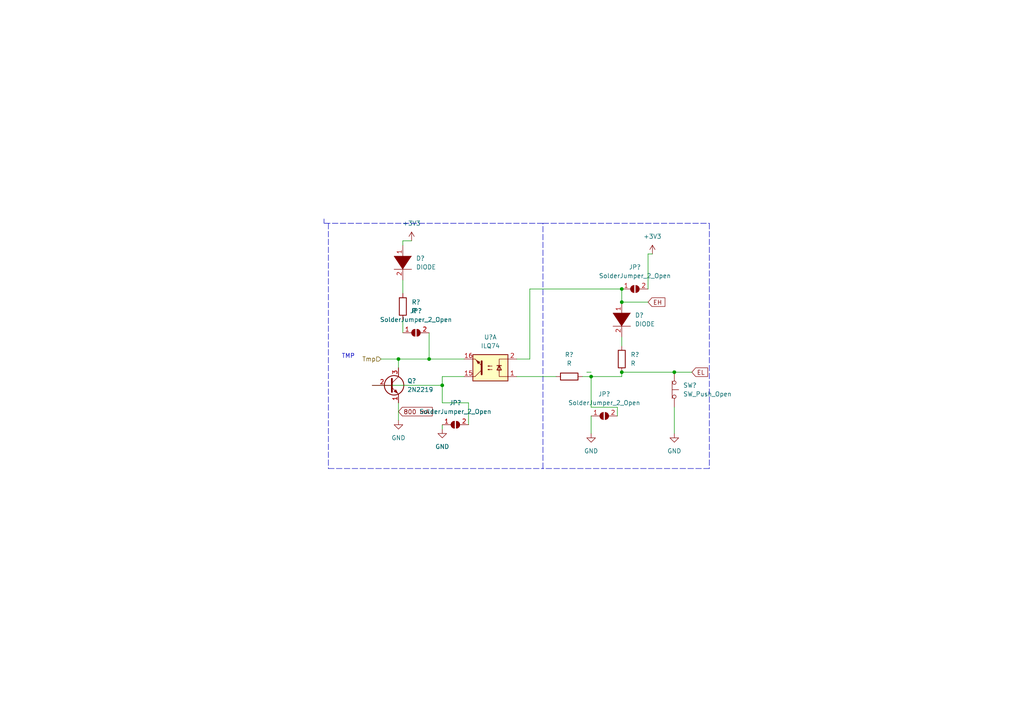
<source format=kicad_sch>
(kicad_sch (version 20211123) (generator eeschema)

  (uuid 58d5dbd2-e3f2-4c6b-812e-04b5aef1fe31)

  (paper "A4")

  (lib_symbols
    (symbol "Device:R" (pin_numbers hide) (pin_names (offset 0)) (in_bom yes) (on_board yes)
      (property "Reference" "R" (id 0) (at 2.032 0 90)
        (effects (font (size 1.27 1.27)))
      )
      (property "Value" "R" (id 1) (at 0 0 90)
        (effects (font (size 1.27 1.27)))
      )
      (property "Footprint" "" (id 2) (at -1.778 0 90)
        (effects (font (size 1.27 1.27)) hide)
      )
      (property "Datasheet" "~" (id 3) (at 0 0 0)
        (effects (font (size 1.27 1.27)) hide)
      )
      (property "ki_keywords" "R res resistor" (id 4) (at 0 0 0)
        (effects (font (size 1.27 1.27)) hide)
      )
      (property "ki_description" "Resistor" (id 5) (at 0 0 0)
        (effects (font (size 1.27 1.27)) hide)
      )
      (property "ki_fp_filters" "R_*" (id 6) (at 0 0 0)
        (effects (font (size 1.27 1.27)) hide)
      )
      (symbol "R_0_1"
        (rectangle (start -1.016 -2.54) (end 1.016 2.54)
          (stroke (width 0.254) (type default) (color 0 0 0 0))
          (fill (type none))
        )
      )
      (symbol "R_1_1"
        (pin passive line (at 0 3.81 270) (length 1.27)
          (name "~" (effects (font (size 1.27 1.27))))
          (number "1" (effects (font (size 1.27 1.27))))
        )
        (pin passive line (at 0 -3.81 90) (length 1.27)
          (name "~" (effects (font (size 1.27 1.27))))
          (number "2" (effects (font (size 1.27 1.27))))
        )
      )
    )
    (symbol "Isolator:ILQ74" (pin_names (offset 1.016)) (in_bom yes) (on_board yes)
      (property "Reference" "U" (id 0) (at -5.08 5.08 0)
        (effects (font (size 1.27 1.27)) (justify left))
      )
      (property "Value" "ILQ74" (id 1) (at 0 5.08 0)
        (effects (font (size 1.27 1.27)) (justify left))
      )
      (property "Footprint" "" (id 2) (at -5.08 -5.08 0)
        (effects (font (size 1.27 1.27) italic) (justify left) hide)
      )
      (property "Datasheet" "https://www.vishay.com/docs/83640/ild74.pdf" (id 3) (at 0 0 0)
        (effects (font (size 1.27 1.27)) (justify left) hide)
      )
      (property "ki_keywords" "NPN DC Dual Optocoupler" (id 4) (at 0 0 0)
        (effects (font (size 1.27 1.27)) hide)
      )
      (property "ki_description" "Quad Optocoupler, NPN Phototransistor Output, TTL compatible, DIP16/SMD16" (id 5) (at 0 0 0)
        (effects (font (size 1.27 1.27)) hide)
      )
      (property "ki_fp_filters" "DIP*W7.62mm* DIP*W10.16mm* SMDIP*W9.53mm*Clearance8mm*" (id 6) (at 0 0 0)
        (effects (font (size 1.27 1.27)) hide)
      )
      (symbol "ILQ74_0_1"
        (rectangle (start -5.08 3.81) (end 5.08 -3.81)
          (stroke (width 0.254) (type default) (color 0 0 0 0))
          (fill (type background))
        )
        (polyline
          (pts
            (xy -3.175 -0.635)
            (xy -1.905 -0.635)
          )
          (stroke (width 0.254) (type default) (color 0 0 0 0))
          (fill (type none))
        )
        (polyline
          (pts
            (xy 2.54 0.635)
            (xy 4.445 2.54)
          )
          (stroke (width 0) (type default) (color 0 0 0 0))
          (fill (type none))
        )
        (polyline
          (pts
            (xy 4.445 -2.54)
            (xy 2.54 -0.635)
          )
          (stroke (width 0) (type default) (color 0 0 0 0))
          (fill (type outline))
        )
        (polyline
          (pts
            (xy 4.445 -2.54)
            (xy 5.08 -2.54)
          )
          (stroke (width 0) (type default) (color 0 0 0 0))
          (fill (type none))
        )
        (polyline
          (pts
            (xy 4.445 2.54)
            (xy 5.08 2.54)
          )
          (stroke (width 0) (type default) (color 0 0 0 0))
          (fill (type none))
        )
        (polyline
          (pts
            (xy -5.08 2.54)
            (xy -2.54 2.54)
            (xy -2.54 0.635)
          )
          (stroke (width 0) (type default) (color 0 0 0 0))
          (fill (type none))
        )
        (polyline
          (pts
            (xy 2.54 1.905)
            (xy 2.54 -1.905)
            (xy 2.54 -1.905)
          )
          (stroke (width 0.508) (type default) (color 0 0 0 0))
          (fill (type none))
        )
        (polyline
          (pts
            (xy -2.54 -0.635)
            (xy -3.175 0.635)
            (xy -1.905 0.635)
            (xy -2.54 -0.635)
          )
          (stroke (width 0.254) (type default) (color 0 0 0 0))
          (fill (type none))
        )
        (polyline
          (pts
            (xy -2.54 -0.635)
            (xy -2.54 1.27)
            (xy -2.54 -2.54)
            (xy -5.08 -2.54)
          )
          (stroke (width 0) (type default) (color 0 0 0 0))
          (fill (type none))
        )
        (polyline
          (pts
            (xy -0.508 -0.508)
            (xy 0.762 -0.508)
            (xy 0.381 -0.635)
            (xy 0.381 -0.381)
            (xy 0.762 -0.508)
          )
          (stroke (width 0) (type default) (color 0 0 0 0))
          (fill (type none))
        )
        (polyline
          (pts
            (xy -0.508 0.508)
            (xy 0.762 0.508)
            (xy 0.381 0.381)
            (xy 0.381 0.635)
            (xy 0.762 0.508)
          )
          (stroke (width 0) (type default) (color 0 0 0 0))
          (fill (type none))
        )
        (polyline
          (pts
            (xy 3.048 -1.651)
            (xy 3.556 -1.143)
            (xy 4.064 -2.159)
            (xy 3.048 -1.651)
            (xy 3.048 -1.651)
          )
          (stroke (width 0) (type default) (color 0 0 0 0))
          (fill (type outline))
        )
      )
      (symbol "ILQ74_1_1"
        (pin passive line (at -7.62 2.54 0) (length 2.54)
          (name "~" (effects (font (size 1.27 1.27))))
          (number "1" (effects (font (size 1.27 1.27))))
        )
        (pin passive line (at 7.62 2.54 180) (length 2.54)
          (name "~" (effects (font (size 1.27 1.27))))
          (number "15" (effects (font (size 1.27 1.27))))
        )
        (pin passive line (at 7.62 -2.54 180) (length 2.54)
          (name "~" (effects (font (size 1.27 1.27))))
          (number "16" (effects (font (size 1.27 1.27))))
        )
        (pin passive line (at -7.62 -2.54 0) (length 2.54)
          (name "~" (effects (font (size 1.27 1.27))))
          (number "2" (effects (font (size 1.27 1.27))))
        )
      )
      (symbol "ILQ74_2_1"
        (pin passive line (at 7.62 -2.54 180) (length 2.54)
          (name "~" (effects (font (size 1.27 1.27))))
          (number "13" (effects (font (size 1.27 1.27))))
        )
        (pin passive line (at 7.62 2.54 180) (length 2.54)
          (name "~" (effects (font (size 1.27 1.27))))
          (number "14" (effects (font (size 1.27 1.27))))
        )
        (pin passive line (at -7.62 -2.54 0) (length 2.54)
          (name "~" (effects (font (size 1.27 1.27))))
          (number "3" (effects (font (size 1.27 1.27))))
        )
        (pin passive line (at -7.62 2.54 0) (length 2.54)
          (name "~" (effects (font (size 1.27 1.27))))
          (number "4" (effects (font (size 1.27 1.27))))
        )
      )
      (symbol "ILQ74_3_1"
        (pin passive line (at 7.62 2.54 180) (length 2.54)
          (name "~" (effects (font (size 1.27 1.27))))
          (number "11" (effects (font (size 1.27 1.27))))
        )
        (pin passive line (at 7.62 -2.54 180) (length 2.54)
          (name "~" (effects (font (size 1.27 1.27))))
          (number "12" (effects (font (size 1.27 1.27))))
        )
        (pin passive line (at -7.62 2.54 0) (length 2.54)
          (name "~" (effects (font (size 1.27 1.27))))
          (number "5" (effects (font (size 1.27 1.27))))
        )
        (pin passive line (at -7.62 -2.54 0) (length 2.54)
          (name "~" (effects (font (size 1.27 1.27))))
          (number "6" (effects (font (size 1.27 1.27))))
        )
      )
      (symbol "ILQ74_4_1"
        (pin passive line (at 7.62 2.54 180) (length 2.54)
          (name "~" (effects (font (size 1.27 1.27))))
          (number "10" (effects (font (size 1.27 1.27))))
        )
        (pin passive line (at -7.62 -2.54 0) (length 2.54)
          (name "~" (effects (font (size 1.27 1.27))))
          (number "7" (effects (font (size 1.27 1.27))))
        )
        (pin passive line (at -7.62 2.54 0) (length 2.54)
          (name "~" (effects (font (size 1.27 1.27))))
          (number "8" (effects (font (size 1.27 1.27))))
        )
        (pin passive line (at 7.62 -2.54 180) (length 2.54)
          (name "~" (effects (font (size 1.27 1.27))))
          (number "9" (effects (font (size 1.27 1.27))))
        )
      )
    )
    (symbol "Jumper:SolderJumper_2_Open" (pin_names (offset 0) hide) (in_bom yes) (on_board yes)
      (property "Reference" "JP" (id 0) (at 0 2.032 0)
        (effects (font (size 1.27 1.27)))
      )
      (property "Value" "SolderJumper_2_Open" (id 1) (at 0 -2.54 0)
        (effects (font (size 1.27 1.27)))
      )
      (property "Footprint" "" (id 2) (at 0 0 0)
        (effects (font (size 1.27 1.27)) hide)
      )
      (property "Datasheet" "~" (id 3) (at 0 0 0)
        (effects (font (size 1.27 1.27)) hide)
      )
      (property "ki_keywords" "solder jumper SPST" (id 4) (at 0 0 0)
        (effects (font (size 1.27 1.27)) hide)
      )
      (property "ki_description" "Solder Jumper, 2-pole, open" (id 5) (at 0 0 0)
        (effects (font (size 1.27 1.27)) hide)
      )
      (property "ki_fp_filters" "SolderJumper*Open*" (id 6) (at 0 0 0)
        (effects (font (size 1.27 1.27)) hide)
      )
      (symbol "SolderJumper_2_Open_0_1"
        (arc (start -0.254 1.016) (mid -1.27 0) (end -0.254 -1.016)
          (stroke (width 0) (type default) (color 0 0 0 0))
          (fill (type none))
        )
        (arc (start -0.254 1.016) (mid -1.27 0) (end -0.254 -1.016)
          (stroke (width 0) (type default) (color 0 0 0 0))
          (fill (type outline))
        )
        (polyline
          (pts
            (xy -0.254 1.016)
            (xy -0.254 -1.016)
          )
          (stroke (width 0) (type default) (color 0 0 0 0))
          (fill (type none))
        )
        (polyline
          (pts
            (xy 0.254 1.016)
            (xy 0.254 -1.016)
          )
          (stroke (width 0) (type default) (color 0 0 0 0))
          (fill (type none))
        )
        (arc (start 0.254 -1.016) (mid 1.27 0) (end 0.254 1.016)
          (stroke (width 0) (type default) (color 0 0 0 0))
          (fill (type none))
        )
        (arc (start 0.254 -1.016) (mid 1.27 0) (end 0.254 1.016)
          (stroke (width 0) (type default) (color 0 0 0 0))
          (fill (type outline))
        )
      )
      (symbol "SolderJumper_2_Open_1_1"
        (pin passive line (at -3.81 0 0) (length 2.54)
          (name "A" (effects (font (size 1.27 1.27))))
          (number "1" (effects (font (size 1.27 1.27))))
        )
        (pin passive line (at 3.81 0 180) (length 2.54)
          (name "B" (effects (font (size 1.27 1.27))))
          (number "2" (effects (font (size 1.27 1.27))))
        )
      )
    )
    (symbol "Switch:SW_Push_Open" (pin_numbers hide) (pin_names (offset 1.016) hide) (in_bom yes) (on_board yes)
      (property "Reference" "SW" (id 0) (at 0 2.54 0)
        (effects (font (size 1.27 1.27)))
      )
      (property "Value" "SW_Push_Open" (id 1) (at 0 -1.905 0)
        (effects (font (size 1.27 1.27)))
      )
      (property "Footprint" "" (id 2) (at 0 5.08 0)
        (effects (font (size 1.27 1.27)) hide)
      )
      (property "Datasheet" "~" (id 3) (at 0 5.08 0)
        (effects (font (size 1.27 1.27)) hide)
      )
      (property "ki_keywords" "switch normally-closed pushbutton push-button" (id 4) (at 0 0 0)
        (effects (font (size 1.27 1.27)) hide)
      )
      (property "ki_description" "Push button switch, push-to-open, generic, two pins" (id 5) (at 0 0 0)
        (effects (font (size 1.27 1.27)) hide)
      )
      (symbol "SW_Push_Open_0_1"
        (circle (center -2.032 0) (radius 0.508)
          (stroke (width 0) (type default) (color 0 0 0 0))
          (fill (type none))
        )
        (polyline
          (pts
            (xy -2.54 -0.635)
            (xy 2.54 -0.635)
          )
          (stroke (width 0) (type default) (color 0 0 0 0))
          (fill (type none))
        )
        (polyline
          (pts
            (xy 0 -0.635)
            (xy 0 1.27)
          )
          (stroke (width 0) (type default) (color 0 0 0 0))
          (fill (type none))
        )
        (circle (center 2.032 0) (radius 0.508)
          (stroke (width 0) (type default) (color 0 0 0 0))
          (fill (type none))
        )
        (pin passive line (at -5.08 0 0) (length 2.54)
          (name "A" (effects (font (size 1.27 1.27))))
          (number "1" (effects (font (size 1.27 1.27))))
        )
      )
      (symbol "SW_Push_Open_1_1"
        (pin passive line (at 5.08 0 180) (length 2.54)
          (name "B" (effects (font (size 1.27 1.27))))
          (number "2" (effects (font (size 1.27 1.27))))
        )
      )
    )
    (symbol "Transistor_BJT:2N2219" (pin_names (offset 0) hide) (in_bom yes) (on_board yes)
      (property "Reference" "Q" (id 0) (at 5.08 1.905 0)
        (effects (font (size 1.27 1.27)) (justify left))
      )
      (property "Value" "2N2219" (id 1) (at 5.08 0 0)
        (effects (font (size 1.27 1.27)) (justify left))
      )
      (property "Footprint" "Package_TO_SOT_THT:TO-39-3" (id 2) (at 5.08 -1.905 0)
        (effects (font (size 1.27 1.27) italic) (justify left) hide)
      )
      (property "Datasheet" "http://www.onsemi.com/pub_link/Collateral/2N2219-D.PDF" (id 3) (at 0 0 0)
        (effects (font (size 1.27 1.27)) (justify left) hide)
      )
      (property "ki_keywords" "NPN Transistor" (id 4) (at 0 0 0)
        (effects (font (size 1.27 1.27)) hide)
      )
      (property "ki_description" "800mA Ic, 50V Vce, NPN Transistor, TO-39" (id 5) (at 0 0 0)
        (effects (font (size 1.27 1.27)) hide)
      )
      (property "ki_fp_filters" "TO?39*" (id 6) (at 0 0 0)
        (effects (font (size 1.27 1.27)) hide)
      )
      (symbol "2N2219_0_1"
        (polyline
          (pts
            (xy 0.635 0.635)
            (xy 2.54 2.54)
          )
          (stroke (width 0) (type default) (color 0 0 0 0))
          (fill (type none))
        )
        (polyline
          (pts
            (xy 0.635 -0.635)
            (xy 2.54 -2.54)
            (xy 2.54 -2.54)
          )
          (stroke (width 0) (type default) (color 0 0 0 0))
          (fill (type none))
        )
        (polyline
          (pts
            (xy 0.635 1.905)
            (xy 0.635 -1.905)
            (xy 0.635 -1.905)
          )
          (stroke (width 0.508) (type default) (color 0 0 0 0))
          (fill (type none))
        )
        (polyline
          (pts
            (xy 1.27 -1.778)
            (xy 1.778 -1.27)
            (xy 2.286 -2.286)
            (xy 1.27 -1.778)
            (xy 1.27 -1.778)
          )
          (stroke (width 0) (type default) (color 0 0 0 0))
          (fill (type outline))
        )
        (circle (center 1.27 0) (radius 2.8194)
          (stroke (width 0.254) (type default) (color 0 0 0 0))
          (fill (type none))
        )
      )
      (symbol "2N2219_1_1"
        (pin passive line (at 2.54 -5.08 90) (length 2.54)
          (name "E" (effects (font (size 1.27 1.27))))
          (number "1" (effects (font (size 1.27 1.27))))
        )
        (pin passive line (at -5.08 0 0) (length 5.715)
          (name "B" (effects (font (size 1.27 1.27))))
          (number "2" (effects (font (size 1.27 1.27))))
        )
        (pin passive line (at 2.54 5.08 270) (length 2.54)
          (name "C" (effects (font (size 1.27 1.27))))
          (number "3" (effects (font (size 1.27 1.27))))
        )
      )
    )
    (symbol "power:+3.3V" (power) (pin_names (offset 0)) (in_bom yes) (on_board yes)
      (property "Reference" "#PWR" (id 0) (at 0 -3.81 0)
        (effects (font (size 1.27 1.27)) hide)
      )
      (property "Value" "+3.3V" (id 1) (at 0 3.556 0)
        (effects (font (size 1.27 1.27)))
      )
      (property "Footprint" "" (id 2) (at 0 0 0)
        (effects (font (size 1.27 1.27)) hide)
      )
      (property "Datasheet" "" (id 3) (at 0 0 0)
        (effects (font (size 1.27 1.27)) hide)
      )
      (property "ki_keywords" "power-flag" (id 4) (at 0 0 0)
        (effects (font (size 1.27 1.27)) hide)
      )
      (property "ki_description" "Power symbol creates a global label with name \"+3.3V\"" (id 5) (at 0 0 0)
        (effects (font (size 1.27 1.27)) hide)
      )
      (symbol "+3.3V_0_1"
        (polyline
          (pts
            (xy -0.762 1.27)
            (xy 0 2.54)
          )
          (stroke (width 0) (type default) (color 0 0 0 0))
          (fill (type none))
        )
        (polyline
          (pts
            (xy 0 0)
            (xy 0 2.54)
          )
          (stroke (width 0) (type default) (color 0 0 0 0))
          (fill (type none))
        )
        (polyline
          (pts
            (xy 0 2.54)
            (xy 0.762 1.27)
          )
          (stroke (width 0) (type default) (color 0 0 0 0))
          (fill (type none))
        )
      )
      (symbol "+3.3V_1_1"
        (pin power_in line (at 0 0 90) (length 0) hide
          (name "+3V3" (effects (font (size 1.27 1.27))))
          (number "1" (effects (font (size 1.27 1.27))))
        )
      )
    )
    (symbol "power:GND" (power) (pin_names (offset 0)) (in_bom yes) (on_board yes)
      (property "Reference" "#PWR" (id 0) (at 0 -6.35 0)
        (effects (font (size 1.27 1.27)) hide)
      )
      (property "Value" "GND" (id 1) (at 0 -3.81 0)
        (effects (font (size 1.27 1.27)))
      )
      (property "Footprint" "" (id 2) (at 0 0 0)
        (effects (font (size 1.27 1.27)) hide)
      )
      (property "Datasheet" "" (id 3) (at 0 0 0)
        (effects (font (size 1.27 1.27)) hide)
      )
      (property "ki_keywords" "power-flag" (id 4) (at 0 0 0)
        (effects (font (size 1.27 1.27)) hide)
      )
      (property "ki_description" "Power symbol creates a global label with name \"GND\" , ground" (id 5) (at 0 0 0)
        (effects (font (size 1.27 1.27)) hide)
      )
      (symbol "GND_0_1"
        (polyline
          (pts
            (xy 0 0)
            (xy 0 -1.27)
            (xy 1.27 -1.27)
            (xy 0 -2.54)
            (xy -1.27 -1.27)
            (xy 0 -1.27)
          )
          (stroke (width 0) (type default) (color 0 0 0 0))
          (fill (type none))
        )
      )
      (symbol "GND_1_1"
        (pin power_in line (at 0 0 270) (length 0) hide
          (name "GND" (effects (font (size 1.27 1.27))))
          (number "1" (effects (font (size 1.27 1.27))))
        )
      )
    )
    (symbol "pspice:DIODE" (pin_names (offset 1.016) hide) (in_bom yes) (on_board yes)
      (property "Reference" "D" (id 0) (at 0 3.81 0)
        (effects (font (size 1.27 1.27)))
      )
      (property "Value" "DIODE" (id 1) (at 0 -4.445 0)
        (effects (font (size 1.27 1.27)))
      )
      (property "Footprint" "" (id 2) (at 0 0 0)
        (effects (font (size 1.27 1.27)) hide)
      )
      (property "Datasheet" "~" (id 3) (at 0 0 0)
        (effects (font (size 1.27 1.27)) hide)
      )
      (property "ki_keywords" "simulation" (id 4) (at 0 0 0)
        (effects (font (size 1.27 1.27)) hide)
      )
      (property "ki_description" "Diode symbol for simulation only. Pin order incompatible with official kicad footprints" (id 5) (at 0 0 0)
        (effects (font (size 1.27 1.27)) hide)
      )
      (symbol "DIODE_0_1"
        (polyline
          (pts
            (xy 1.905 2.54)
            (xy 1.905 -2.54)
          )
          (stroke (width 0) (type default) (color 0 0 0 0))
          (fill (type none))
        )
        (polyline
          (pts
            (xy -1.905 2.54)
            (xy -1.905 -2.54)
            (xy 1.905 0)
          )
          (stroke (width 0) (type default) (color 0 0 0 0))
          (fill (type outline))
        )
      )
      (symbol "DIODE_1_1"
        (pin input line (at -5.08 0 0) (length 3.81)
          (name "K" (effects (font (size 1.27 1.27))))
          (number "1" (effects (font (size 1.27 1.27))))
        )
        (pin input line (at 5.08 0 180) (length 3.81)
          (name "A" (effects (font (size 1.27 1.27))))
          (number "2" (effects (font (size 1.27 1.27))))
        )
      )
    )
  )

  (junction (at 180.34 83.82) (diameter 0) (color 0 0 0 0)
    (uuid 0b62f6eb-0de5-432a-876c-8968614cbe53)
  )
  (junction (at 180.34 107.95) (diameter 0) (color 0 0 0 0)
    (uuid 191bb7d5-1287-46f2-8984-6eac5dc80f79)
  )
  (junction (at 128.27 111.76) (diameter 0) (color 0 0 0 0)
    (uuid 38ac2398-7fd1-479b-a95f-7e4d3a49ed1b)
  )
  (junction (at 195.58 107.95) (diameter 0) (color 0 0 0 0)
    (uuid 489c1310-7724-40b5-928b-9aeff20c539d)
  )
  (junction (at 124.46 104.14) (diameter 0) (color 0 0 0 0)
    (uuid 65de406a-3d32-43dd-aac1-d8560cc11902)
  )
  (junction (at 115.57 104.14) (diameter 0) (color 0 0 0 0)
    (uuid 94a1cf68-2edd-413e-81f6-f40a18b4859d)
  )
  (junction (at 180.34 87.63) (diameter 0) (color 0 0 0 0)
    (uuid c79c3bc3-b0ea-491a-ba94-a3b68f4a528a)
  )
  (junction (at 171.45 109.22) (diameter 0) (color 0 0 0 0)
    (uuid d7e9d807-ce83-4211-9913-b9a501ad4a5f)
  )

  (wire (pts (xy 195.58 107.95) (xy 200.66 107.95))
    (stroke (width 0) (type default) (color 0 0 0 0))
    (uuid 0437ce83-a12e-4d39-8c93-bdad5bdd26b1)
  )
  (wire (pts (xy 195.58 107.95) (xy 180.34 107.95))
    (stroke (width 0) (type default) (color 0 0 0 0))
    (uuid 0ff671e2-8945-47bf-83ad-7598cc40cfb8)
  )
  (wire (pts (xy 116.84 69.85) (xy 119.38 69.85))
    (stroke (width 0) (type default) (color 0 0 0 0))
    (uuid 1275683d-1839-4677-b429-9af15a4e8807)
  )
  (wire (pts (xy 116.84 71.12) (xy 116.84 69.85))
    (stroke (width 0) (type default) (color 0 0 0 0))
    (uuid 18e2ee72-d7ef-407a-a06c-c28807ea84e7)
  )
  (wire (pts (xy 168.91 109.22) (xy 171.45 109.22))
    (stroke (width 0) (type default) (color 0 0 0 0))
    (uuid 19d47b59-30ce-4930-a6da-dde5768b7401)
  )
  (wire (pts (xy 115.57 104.14) (xy 115.57 106.68))
    (stroke (width 0) (type default) (color 0 0 0 0))
    (uuid 20317e08-bc3d-481e-b553-182cf06b559a)
  )
  (polyline (pts (xy 157.48 64.77) (xy 93.98 64.77))
    (stroke (width 0) (type default) (color 0 0 0 0))
    (uuid 224d0fc0-4f8d-427e-b23c-342e1fea6e7f)
  )

  (wire (pts (xy 110.49 104.14) (xy 115.57 104.14))
    (stroke (width 0) (type default) (color 0 0 0 0))
    (uuid 25d0653c-9587-4fc7-8525-9993c282db43)
  )
  (wire (pts (xy 128.27 111.76) (xy 128.27 116.84))
    (stroke (width 0) (type default) (color 0 0 0 0))
    (uuid 2ace2ccb-5eda-43b2-87ee-655d2070d492)
  )
  (wire (pts (xy 153.67 104.14) (xy 153.67 83.82))
    (stroke (width 0) (type default) (color 0 0 0 0))
    (uuid 2f4089d2-1d1d-4dcf-bac7-9fea478edec9)
  )
  (wire (pts (xy 171.45 109.22) (xy 180.34 109.22))
    (stroke (width 0) (type default) (color 0 0 0 0))
    (uuid 4a0da11d-9d2f-48fe-9350-e3d73b4f0df3)
  )
  (wire (pts (xy 116.84 92.71) (xy 116.84 96.52))
    (stroke (width 0) (type default) (color 0 0 0 0))
    (uuid 501d0c87-7893-438b-b0f0-079acd3b2d4b)
  )
  (polyline (pts (xy 205.74 64.77) (xy 205.74 135.89))
    (stroke (width 0) (type default) (color 0 0 0 0))
    (uuid 51efb80b-f865-4cfd-b3c9-854f43003d14)
  )

  (wire (pts (xy 187.96 73.66) (xy 189.23 73.66))
    (stroke (width 0) (type default) (color 0 0 0 0))
    (uuid 542e6040-7bd8-4796-80a8-1aee7928dbf6)
  )
  (wire (pts (xy 171.45 120.65) (xy 171.45 125.73))
    (stroke (width 0) (type default) (color 0 0 0 0))
    (uuid 54909721-f675-4563-8e25-4eb646bbc43c)
  )
  (wire (pts (xy 128.27 116.84) (xy 135.89 116.84))
    (stroke (width 0) (type default) (color 0 0 0 0))
    (uuid 591dbcc1-ae1f-4ea1-855b-d6758ec78126)
  )
  (wire (pts (xy 187.96 73.66) (xy 187.96 83.82))
    (stroke (width 0) (type default) (color 0 0 0 0))
    (uuid 5d82cf44-26b9-427a-a810-38d1428a966b)
  )
  (wire (pts (xy 179.07 118.11) (xy 171.45 118.11))
    (stroke (width 0) (type default) (color 0 0 0 0))
    (uuid 5f19663f-0786-44c0-a879-3984c62975a0)
  )
  (wire (pts (xy 107.95 111.76) (xy 128.27 111.76))
    (stroke (width 0) (type default) (color 0 0 0 0))
    (uuid 68464bfa-4e96-47dc-b055-f0397c26ae0b)
  )
  (wire (pts (xy 180.34 87.63) (xy 187.96 87.63))
    (stroke (width 0) (type default) (color 0 0 0 0))
    (uuid 70513955-930d-49a0-95a8-9f58d88082b2)
  )
  (wire (pts (xy 149.86 109.22) (xy 161.29 109.22))
    (stroke (width 0) (type default) (color 0 0 0 0))
    (uuid 79ab2f95-bb9f-4efe-a05b-2e6af20c55da)
  )
  (wire (pts (xy 179.07 120.65) (xy 179.07 118.11))
    (stroke (width 0) (type default) (color 0 0 0 0))
    (uuid 7d1563c3-9878-4b95-95c4-49c62b0b5570)
  )
  (wire (pts (xy 134.62 109.22) (xy 128.27 109.22))
    (stroke (width 0) (type default) (color 0 0 0 0))
    (uuid 7f202e4e-eac8-4d2e-a173-0829abcf4d52)
  )
  (wire (pts (xy 128.27 109.22) (xy 128.27 111.76))
    (stroke (width 0) (type default) (color 0 0 0 0))
    (uuid 7f4f2c8c-5059-4417-bd97-f92eff7673e4)
  )
  (wire (pts (xy 149.86 104.14) (xy 153.67 104.14))
    (stroke (width 0) (type default) (color 0 0 0 0))
    (uuid 844e80db-0998-4f09-ac36-041ff8ecd29c)
  )
  (wire (pts (xy 115.57 116.84) (xy 115.57 121.92))
    (stroke (width 0) (type default) (color 0 0 0 0))
    (uuid 85527df5-0c37-4cf3-bc9d-0b3d4149d4c7)
  )
  (wire (pts (xy 124.46 104.14) (xy 134.62 104.14))
    (stroke (width 0) (type default) (color 0 0 0 0))
    (uuid 8aa67fd1-807c-40dd-ba1b-859ee9eca9b0)
  )
  (polyline (pts (xy 95.25 64.77) (xy 95.25 135.89))
    (stroke (width 0) (type default) (color 0 0 0 0))
    (uuid a1bb155d-3ddc-412d-b56a-e652b1fcc33c)
  )
  (polyline (pts (xy 157.48 135.89) (xy 157.48 64.77))
    (stroke (width 0) (type default) (color 0 0 0 0))
    (uuid a2d36490-33a7-4bee-91c9-98143c8f9b46)
  )

  (wire (pts (xy 135.89 116.84) (xy 135.89 123.19))
    (stroke (width 0) (type default) (color 0 0 0 0))
    (uuid a48c8fad-1fe5-4ef8-bb70-39360a0b346c)
  )
  (wire (pts (xy 180.34 83.82) (xy 180.34 87.63))
    (stroke (width 0) (type default) (color 0 0 0 0))
    (uuid ae1377f3-091b-45ea-8efd-d26f80b1bf4a)
  )
  (wire (pts (xy 180.34 97.79) (xy 180.34 100.33))
    (stroke (width 0) (type default) (color 0 0 0 0))
    (uuid ae8f5195-12d0-446e-abc4-663eac0a54bd)
  )
  (wire (pts (xy 195.58 118.11) (xy 195.58 125.73))
    (stroke (width 0) (type default) (color 0 0 0 0))
    (uuid bdbf8b5c-3a1e-451e-a8b4-ca77113464c1)
  )
  (wire (pts (xy 180.34 109.22) (xy 180.34 107.95))
    (stroke (width 0) (type default) (color 0 0 0 0))
    (uuid c4f23ce6-758d-434b-a897-2e90513b5732)
  )
  (wire (pts (xy 124.46 96.52) (xy 124.46 104.14))
    (stroke (width 0) (type default) (color 0 0 0 0))
    (uuid c51d1e25-f12c-4c5e-986a-792be932c4f8)
  )
  (wire (pts (xy 170.18 107.95) (xy 171.45 107.95))
    (stroke (width 0) (type default) (color 0 0 0 0))
    (uuid c7bd5808-efae-4edb-889a-fc1a1d4cc0ea)
  )
  (wire (pts (xy 153.67 83.82) (xy 180.34 83.82))
    (stroke (width 0) (type default) (color 0 0 0 0))
    (uuid d35b70ba-37de-4ea0-8068-3f86ab6a04e3)
  )
  (polyline (pts (xy 157.48 64.77) (xy 205.74 64.77))
    (stroke (width 0) (type default) (color 0 0 0 0))
    (uuid d44372c6-e58e-4ce3-bfff-ef439d52886c)
  )

  (wire (pts (xy 115.57 104.14) (xy 124.46 104.14))
    (stroke (width 0) (type default) (color 0 0 0 0))
    (uuid d8f66f3d-bd54-4368-81ae-d69b36a6f52b)
  )
  (polyline (pts (xy 205.74 135.89) (xy 157.48 135.89))
    (stroke (width 0) (type default) (color 0 0 0 0))
    (uuid dabc0ad2-c027-4f88-b0ce-3692f1d34366)
  )
  (polyline (pts (xy 93.98 64.77) (xy 93.98 63.5))
    (stroke (width 0) (type default) (color 0 0 0 0))
    (uuid dbbcd20e-4e6e-4aac-8dd6-9ce3f3ba07dd)
  )

  (wire (pts (xy 171.45 109.22) (xy 171.45 118.11))
    (stroke (width 0) (type default) (color 0 0 0 0))
    (uuid ddced41d-7ddb-4256-a3a3-8465d1028036)
  )
  (polyline (pts (xy 95.25 135.89) (xy 157.48 135.89))
    (stroke (width 0) (type default) (color 0 0 0 0))
    (uuid e76582a9-9779-4934-b80a-f0b3c06cac16)
  )

  (wire (pts (xy 128.27 123.19) (xy 128.27 124.46))
    (stroke (width 0) (type default) (color 0 0 0 0))
    (uuid e78edcb5-8942-40e5-8a87-17697c5b51d1)
  )
  (wire (pts (xy 116.84 81.28) (xy 116.84 85.09))
    (stroke (width 0) (type default) (color 0 0 0 0))
    (uuid f1ea9781-30ea-43d3-872c-38bb6f2121ab)
  )

  (text "TMP" (at 99.06 104.14 0)
    (effects (font (size 1.27 1.27)) (justify left bottom))
    (uuid dc368329-a5bb-4180-98a8-4477ad7fddea)
  )

  (global_label "EH" (shape input) (at 187.96 87.63 0) (fields_autoplaced)
    (effects (font (size 1.27 1.27)) (justify left))
    (uuid 062594da-f37c-4f7e-979a-c0b037bcb884)
    (property "Intersheet References" "${INTERSHEET_REFS}" (id 0) (at 192.8526 87.5506 0)
      (effects (font (size 1.27 1.27)) (justify left) hide)
    )
  )
  (global_label "800 mA" (shape input) (at 115.57 119.38 0) (fields_autoplaced)
    (effects (font (size 1.27 1.27)) (justify left))
    (uuid 62c837fa-3aa9-4442-b718-45d8c66fe215)
    (property "Intersheet References" "${INTERSHEET_REFS}" (id 0) (at 125.3612 119.3006 0)
      (effects (font (size 1.27 1.27)) (justify left) hide)
    )
  )
  (global_label "EL" (shape input) (at 200.66 107.95 0) (fields_autoplaced)
    (effects (font (size 1.27 1.27)) (justify left))
    (uuid eabac12b-c8c5-4f03-a395-9d0855f55073)
    (property "Intersheet References" "${INTERSHEET_REFS}" (id 0) (at 205.2502 107.8706 0)
      (effects (font (size 1.27 1.27)) (justify left) hide)
    )
  )

  (hierarchical_label "Tmp" (shape input) (at 110.49 104.14 180)
    (effects (font (size 1.27 1.27)) (justify right))
    (uuid a4ae0961-7531-41fd-91f1-d280a815062c)
  )

  (symbol (lib_id "Jumper:SolderJumper_2_Open") (at 175.26 120.65 0) (unit 1)
    (in_bom yes) (on_board yes) (fields_autoplaced)
    (uuid 016a1d30-1952-4320-b0d4-b8945b1545f9)
    (property "Reference" "JP?" (id 0) (at 175.26 114.3 0))
    (property "Value" "SolderJumper_2_Open" (id 1) (at 175.26 116.84 0))
    (property "Footprint" "" (id 2) (at 175.26 120.65 0)
      (effects (font (size 1.27 1.27)) hide)
    )
    (property "Datasheet" "~" (id 3) (at 175.26 120.65 0)
      (effects (font (size 1.27 1.27)) hide)
    )
    (pin "1" (uuid 3d0f076b-1e0e-4599-bdee-3eced822e552))
    (pin "2" (uuid 9a461f04-a702-4686-a6f0-f9e77ef8cfaa))
  )

  (symbol (lib_id "power:GND") (at 128.27 124.46 0) (unit 1)
    (in_bom yes) (on_board yes) (fields_autoplaced)
    (uuid 0a85f371-2781-464b-a7b1-8394c07aea5f)
    (property "Reference" "#PWR?" (id 0) (at 128.27 130.81 0)
      (effects (font (size 1.27 1.27)) hide)
    )
    (property "Value" "GND" (id 1) (at 128.27 129.54 0))
    (property "Footprint" "" (id 2) (at 128.27 124.46 0)
      (effects (font (size 1.27 1.27)) hide)
    )
    (property "Datasheet" "" (id 3) (at 128.27 124.46 0)
      (effects (font (size 1.27 1.27)) hide)
    )
    (pin "1" (uuid e80f44ff-6128-4f9b-8e8b-df97233ad481))
  )

  (symbol (lib_id "power:+3.3V") (at 119.38 69.85 0) (unit 1)
    (in_bom yes) (on_board yes) (fields_autoplaced)
    (uuid 28cfca1c-2d0b-4df0-8d36-0868917564e9)
    (property "Reference" "#PWR?" (id 0) (at 119.38 73.66 0)
      (effects (font (size 1.27 1.27)) hide)
    )
    (property "Value" "+3.3V" (id 1) (at 119.38 64.77 0))
    (property "Footprint" "" (id 2) (at 119.38 69.85 0)
      (effects (font (size 1.27 1.27)) hide)
    )
    (property "Datasheet" "" (id 3) (at 119.38 69.85 0)
      (effects (font (size 1.27 1.27)) hide)
    )
    (pin "1" (uuid 33e7e92e-9e64-47fd-ba1a-2e4705fd4ac9))
  )

  (symbol (lib_id "Isolator:ILQ74") (at 142.24 106.68 180) (unit 1)
    (in_bom yes) (on_board yes) (fields_autoplaced)
    (uuid 2a158386-3b7e-4bba-988a-56ff62d45f97)
    (property "Reference" "U?" (id 0) (at 142.24 97.79 0))
    (property "Value" "ILQ74" (id 1) (at 142.24 100.33 0))
    (property "Footprint" "" (id 2) (at 147.32 101.6 0)
      (effects (font (size 1.27 1.27) italic) (justify left) hide)
    )
    (property "Datasheet" "https://www.vishay.com/docs/83640/ild74.pdf" (id 3) (at 142.24 106.68 0)
      (effects (font (size 1.27 1.27)) (justify left) hide)
    )
    (pin "1" (uuid b99c5f87-5901-43ad-b764-41a02e68cbd6))
    (pin "15" (uuid 90e59e37-8497-4d5a-a1d0-e813ba135677))
    (pin "16" (uuid b5fce1d5-b080-48fa-95b5-f067bb8ee806))
    (pin "2" (uuid 187c0ee5-3611-49a0-9ccd-f92e31841ac7))
    (pin "13" (uuid 2cd692b6-418a-4a0a-93ce-1f88bddc159f))
    (pin "14" (uuid 382f9dd6-1e70-4e97-83dd-702b85e0bc2f))
    (pin "3" (uuid c8997578-07df-4e87-becf-fa90d6f8718c))
    (pin "4" (uuid 41b8ede4-4766-45b6-867f-7dc9fa7a35c5))
    (pin "11" (uuid e2bd16ea-d105-4e4f-8059-bc37fe4dff39))
    (pin "12" (uuid 3e58c7d4-16b0-4a60-a1ba-481f092c4935))
    (pin "5" (uuid 39615247-e83a-49ef-b929-36db493d1dcb))
    (pin "6" (uuid c11bdbee-1850-4f11-98a3-62881aa41af0))
    (pin "10" (uuid 4115042f-bb33-4a7c-9d8a-a0a889d4158c))
    (pin "7" (uuid e11e770a-fbbf-42cf-9aae-8bb587fc1459))
    (pin "8" (uuid dc504f36-7f88-48e5-aa06-c537bc394edc))
    (pin "9" (uuid dc8a8581-5cfa-42dd-abc9-21494c4694de))
  )

  (symbol (lib_id "Device:R") (at 180.34 104.14 180) (unit 1)
    (in_bom yes) (on_board yes) (fields_autoplaced)
    (uuid 2f8f10e9-f8c0-4629-b1db-3aa62cb4ccd9)
    (property "Reference" "R?" (id 0) (at 182.88 102.8699 0)
      (effects (font (size 1.27 1.27)) (justify right))
    )
    (property "Value" "R" (id 1) (at 182.88 105.4099 0)
      (effects (font (size 1.27 1.27)) (justify right))
    )
    (property "Footprint" "" (id 2) (at 182.118 104.14 90)
      (effects (font (size 1.27 1.27)) hide)
    )
    (property "Datasheet" "~" (id 3) (at 180.34 104.14 0)
      (effects (font (size 1.27 1.27)) hide)
    )
    (pin "1" (uuid 8af3206b-daa8-4950-9283-2abe1fc83fe7))
    (pin "2" (uuid 7d04b639-dd14-4175-945c-9680ea966a0f))
  )

  (symbol (lib_id "Device:R") (at 165.1 109.22 90) (unit 1)
    (in_bom yes) (on_board yes) (fields_autoplaced)
    (uuid 31b14867-8ffa-4d98-b68a-e54e685a03dc)
    (property "Reference" "R?" (id 0) (at 165.1 102.87 90))
    (property "Value" "R" (id 1) (at 165.1 105.41 90))
    (property "Footprint" "" (id 2) (at 165.1 110.998 90)
      (effects (font (size 1.27 1.27)) hide)
    )
    (property "Datasheet" "~" (id 3) (at 165.1 109.22 0)
      (effects (font (size 1.27 1.27)) hide)
    )
    (pin "1" (uuid b6265d19-fc1c-4188-80ad-cd4f30dbbd48))
    (pin "2" (uuid 044237a6-ac42-43b9-9d95-147c2f71cb65))
  )

  (symbol (lib_id "Jumper:SolderJumper_2_Open") (at 184.15 83.82 0) (unit 1)
    (in_bom yes) (on_board yes)
    (uuid 3327a876-ad55-4110-a2b5-2c8d35b61569)
    (property "Reference" "JP?" (id 0) (at 184.15 77.47 0))
    (property "Value" "SolderJumper_2_Open" (id 1) (at 184.15 80.01 0))
    (property "Footprint" "" (id 2) (at 184.15 83.82 0)
      (effects (font (size 1.27 1.27)) hide)
    )
    (property "Datasheet" "~" (id 3) (at 184.15 83.82 0)
      (effects (font (size 1.27 1.27)) hide)
    )
    (pin "1" (uuid 8c7cf968-f922-41c4-b81f-af59e53e8ffa))
    (pin "2" (uuid b42c735b-c557-4adc-9825-ff80f44d1b46))
  )

  (symbol (lib_id "Switch:SW_Push_Open") (at 195.58 113.03 270) (unit 1)
    (in_bom yes) (on_board yes) (fields_autoplaced)
    (uuid 4483f8f4-8971-4a23-8e0d-7f8dcc8e34d2)
    (property "Reference" "SW?" (id 0) (at 198.12 111.7599 90)
      (effects (font (size 1.27 1.27)) (justify left))
    )
    (property "Value" "SW_Push_Open" (id 1) (at 198.12 114.2999 90)
      (effects (font (size 1.27 1.27)) (justify left))
    )
    (property "Footprint" "" (id 2) (at 200.66 113.03 0)
      (effects (font (size 1.27 1.27)) hide)
    )
    (property "Datasheet" "~" (id 3) (at 200.66 113.03 0)
      (effects (font (size 1.27 1.27)) hide)
    )
    (pin "1" (uuid 40c3e3e3-0e32-47fc-95bb-37bbdf5d348d))
    (pin "2" (uuid f075c525-862e-4c31-87b1-cbc7a3728f7e))
  )

  (symbol (lib_id "power:+3.3V") (at 189.23 73.66 0) (unit 1)
    (in_bom yes) (on_board yes) (fields_autoplaced)
    (uuid 4f688cff-e977-4bd6-8779-56948f7a090a)
    (property "Reference" "#PWR?" (id 0) (at 189.23 77.47 0)
      (effects (font (size 1.27 1.27)) hide)
    )
    (property "Value" "+3.3V" (id 1) (at 189.23 68.58 0))
    (property "Footprint" "" (id 2) (at 189.23 73.66 0)
      (effects (font (size 1.27 1.27)) hide)
    )
    (property "Datasheet" "" (id 3) (at 189.23 73.66 0)
      (effects (font (size 1.27 1.27)) hide)
    )
    (pin "1" (uuid 9b6aff09-2856-4d89-909b-5122b4f1a264))
  )

  (symbol (lib_id "Device:R") (at 116.84 88.9 0) (unit 1)
    (in_bom yes) (on_board yes) (fields_autoplaced)
    (uuid 5346aacd-d781-4985-9e5e-13d10e82eb29)
    (property "Reference" "R?" (id 0) (at 119.38 87.6299 0)
      (effects (font (size 1.27 1.27)) (justify left))
    )
    (property "Value" "R" (id 1) (at 119.38 90.1699 0)
      (effects (font (size 1.27 1.27)) (justify left))
    )
    (property "Footprint" "" (id 2) (at 115.062 88.9 90)
      (effects (font (size 1.27 1.27)) hide)
    )
    (property "Datasheet" "~" (id 3) (at 116.84 88.9 0)
      (effects (font (size 1.27 1.27)) hide)
    )
    (pin "1" (uuid d4dd9c76-a5ed-4082-8c26-f6ad9ad4c76d))
    (pin "2" (uuid 5273ac78-9544-41c5-9822-b4f9535241c1))
  )

  (symbol (lib_id "power:GND") (at 115.57 121.92 0) (unit 1)
    (in_bom yes) (on_board yes) (fields_autoplaced)
    (uuid 54607716-642d-4c12-bf59-fc413babe462)
    (property "Reference" "#PWR?" (id 0) (at 115.57 128.27 0)
      (effects (font (size 1.27 1.27)) hide)
    )
    (property "Value" "GND" (id 1) (at 115.57 127 0))
    (property "Footprint" "" (id 2) (at 115.57 121.92 0)
      (effects (font (size 1.27 1.27)) hide)
    )
    (property "Datasheet" "" (id 3) (at 115.57 121.92 0)
      (effects (font (size 1.27 1.27)) hide)
    )
    (pin "1" (uuid fc387a05-3be4-48fb-b067-a336c745b3e7))
  )

  (symbol (lib_id "pspice:DIODE") (at 116.84 76.2 270) (unit 1)
    (in_bom yes) (on_board yes) (fields_autoplaced)
    (uuid 6202498d-4ebc-4235-b2f3-769ba529e4c6)
    (property "Reference" "D?" (id 0) (at 120.65 74.9299 90)
      (effects (font (size 1.27 1.27)) (justify left))
    )
    (property "Value" "DIODE" (id 1) (at 120.65 77.4699 90)
      (effects (font (size 1.27 1.27)) (justify left))
    )
    (property "Footprint" "" (id 2) (at 116.84 76.2 0)
      (effects (font (size 1.27 1.27)) hide)
    )
    (property "Datasheet" "~" (id 3) (at 116.84 76.2 0)
      (effects (font (size 1.27 1.27)) hide)
    )
    (pin "1" (uuid 086fe887-5429-4e92-afb8-f1e7c5907499))
    (pin "2" (uuid b99c906b-aed0-4a89-9755-98a5ea009455))
  )

  (symbol (lib_id "power:GND") (at 195.58 125.73 0) (unit 1)
    (in_bom yes) (on_board yes) (fields_autoplaced)
    (uuid 736822d0-af0f-4f8b-bd9b-bf1d09a0cf93)
    (property "Reference" "#PWR?" (id 0) (at 195.58 132.08 0)
      (effects (font (size 1.27 1.27)) hide)
    )
    (property "Value" "GND" (id 1) (at 195.58 130.81 0))
    (property "Footprint" "" (id 2) (at 195.58 125.73 0)
      (effects (font (size 1.27 1.27)) hide)
    )
    (property "Datasheet" "" (id 3) (at 195.58 125.73 0)
      (effects (font (size 1.27 1.27)) hide)
    )
    (pin "1" (uuid ba9c9380-ec96-458d-8ae2-4a821a5fac93))
  )

  (symbol (lib_id "Transistor_BJT:2N2219") (at 113.03 111.76 0) (unit 1)
    (in_bom yes) (on_board yes) (fields_autoplaced)
    (uuid 7f3e2257-0f4e-43ec-bbd5-b861720a5c5b)
    (property "Reference" "Q?" (id 0) (at 118.11 110.4899 0)
      (effects (font (size 1.27 1.27)) (justify left))
    )
    (property "Value" "2N2219" (id 1) (at 118.11 113.0299 0)
      (effects (font (size 1.27 1.27)) (justify left))
    )
    (property "Footprint" "Package_TO_SOT_THT:TO-39-3" (id 2) (at 118.11 113.665 0)
      (effects (font (size 1.27 1.27) italic) (justify left) hide)
    )
    (property "Datasheet" "http://www.onsemi.com/pub_link/Collateral/2N2219-D.PDF" (id 3) (at 113.03 111.76 0)
      (effects (font (size 1.27 1.27)) (justify left) hide)
    )
    (pin "1" (uuid 93cf834d-5357-4f64-9e13-2cce115008e3))
    (pin "2" (uuid 22e1613b-8d63-47e8-bc3f-3b5986b5beb8))
    (pin "3" (uuid 9f364d14-3e34-4334-8fd1-4a0a3b83e320))
  )

  (symbol (lib_id "Jumper:SolderJumper_2_Open") (at 132.08 123.19 0) (unit 1)
    (in_bom yes) (on_board yes) (fields_autoplaced)
    (uuid aff0a803-a8f0-45b1-8106-dbe7c69bb2e9)
    (property "Reference" "JP?" (id 0) (at 132.08 116.84 0))
    (property "Value" "SolderJumper_2_Open" (id 1) (at 132.08 119.38 0))
    (property "Footprint" "" (id 2) (at 132.08 123.19 0)
      (effects (font (size 1.27 1.27)) hide)
    )
    (property "Datasheet" "~" (id 3) (at 132.08 123.19 0)
      (effects (font (size 1.27 1.27)) hide)
    )
    (pin "1" (uuid d3538a57-8b44-4a7f-bb8c-d2c098b7130d))
    (pin "2" (uuid 7eda3854-6de8-4124-9388-9467370a6a50))
  )

  (symbol (lib_id "power:GND") (at 171.45 125.73 0) (unit 1)
    (in_bom yes) (on_board yes) (fields_autoplaced)
    (uuid cfd44f3f-b58f-421b-975f-22bb6d30d528)
    (property "Reference" "#PWR?" (id 0) (at 171.45 132.08 0)
      (effects (font (size 1.27 1.27)) hide)
    )
    (property "Value" "GND" (id 1) (at 171.45 130.81 0))
    (property "Footprint" "" (id 2) (at 171.45 125.73 0)
      (effects (font (size 1.27 1.27)) hide)
    )
    (property "Datasheet" "" (id 3) (at 171.45 125.73 0)
      (effects (font (size 1.27 1.27)) hide)
    )
    (pin "1" (uuid 474b9ddc-966f-4a02-96af-e30263eb2051))
  )

  (symbol (lib_id "Jumper:SolderJumper_2_Open") (at 120.65 96.52 0) (unit 1)
    (in_bom yes) (on_board yes) (fields_autoplaced)
    (uuid de89075d-0dbd-40d9-aeff-e1b5fc1bae2a)
    (property "Reference" "JP?" (id 0) (at 120.65 90.17 0))
    (property "Value" "SolderJumper_2_Open" (id 1) (at 120.65 92.71 0))
    (property "Footprint" "" (id 2) (at 120.65 96.52 0)
      (effects (font (size 1.27 1.27)) hide)
    )
    (property "Datasheet" "~" (id 3) (at 120.65 96.52 0)
      (effects (font (size 1.27 1.27)) hide)
    )
    (pin "1" (uuid 53684e85-91f0-421f-b74e-ba29c15ef583))
    (pin "2" (uuid f6bf905c-56f7-4ad5-bf7f-533ab0ff9337))
  )

  (symbol (lib_id "pspice:DIODE") (at 180.34 92.71 270) (unit 1)
    (in_bom yes) (on_board yes) (fields_autoplaced)
    (uuid f555968b-3b71-441e-a031-8ff8e8039699)
    (property "Reference" "D?" (id 0) (at 184.15 91.4399 90)
      (effects (font (size 1.27 1.27)) (justify left))
    )
    (property "Value" "DIODE" (id 1) (at 184.15 93.9799 90)
      (effects (font (size 1.27 1.27)) (justify left))
    )
    (property "Footprint" "" (id 2) (at 180.34 92.71 0)
      (effects (font (size 1.27 1.27)) hide)
    )
    (property "Datasheet" "~" (id 3) (at 180.34 92.71 0)
      (effects (font (size 1.27 1.27)) hide)
    )
    (pin "1" (uuid 643e93bf-2290-449b-8719-dc6c97548864))
    (pin "2" (uuid 9503e939-e9a2-4f59-9f23-a7fb6586ad94))
  )
)

</source>
